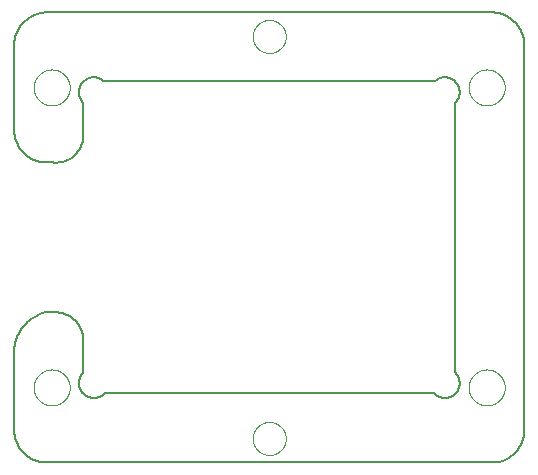
<source format=gko>
G75*
%MOIN*%
%OFA0B0*%
%FSLAX25Y25*%
%IPPOS*%
%LPD*%
%AMOC8*
5,1,8,0,0,1.08239X$1,22.5*
%
%ADD10C,0.00800*%
%ADD11C,0.00000*%
D10*
X0121588Y0060000D02*
X0121588Y0085000D01*
X0121589Y0085000D02*
X0121555Y0085342D01*
X0121530Y0085684D01*
X0121513Y0086027D01*
X0121505Y0086371D01*
X0121505Y0086714D01*
X0121514Y0087058D01*
X0121530Y0087401D01*
X0121556Y0087743D01*
X0121589Y0088085D01*
X0121631Y0088426D01*
X0121682Y0088766D01*
X0121740Y0089104D01*
X0121807Y0089441D01*
X0121882Y0089776D01*
X0121966Y0090110D01*
X0122057Y0090441D01*
X0122157Y0090769D01*
X0122264Y0091096D01*
X0122380Y0091419D01*
X0122503Y0091740D01*
X0122634Y0092057D01*
X0122773Y0092371D01*
X0122920Y0092682D01*
X0123074Y0092989D01*
X0123236Y0093292D01*
X0123405Y0093591D01*
X0123581Y0093886D01*
X0123765Y0094176D01*
X0123955Y0094462D01*
X0124153Y0094743D01*
X0124357Y0095019D01*
X0124568Y0095290D01*
X0124786Y0095556D01*
X0125010Y0095816D01*
X0125240Y0096071D01*
X0125477Y0096320D01*
X0125719Y0096563D01*
X0125968Y0096801D01*
X0126222Y0097032D01*
X0126481Y0097257D01*
X0126747Y0097475D01*
X0127017Y0097687D01*
X0127293Y0097892D01*
X0127573Y0098090D01*
X0127858Y0098281D01*
X0128148Y0098466D01*
X0128442Y0098643D01*
X0128741Y0098813D01*
X0129044Y0098975D01*
X0129350Y0099130D01*
X0129660Y0099278D01*
X0129974Y0099418D01*
X0130291Y0099550D01*
X0130611Y0099674D01*
X0130935Y0099791D01*
X0131260Y0099899D01*
X0131589Y0100000D01*
X0131588Y0100000D02*
X0134588Y0100000D01*
X0134812Y0100017D01*
X0135035Y0100028D01*
X0135259Y0100034D01*
X0135483Y0100035D01*
X0135706Y0100030D01*
X0135930Y0100019D01*
X0136153Y0100004D01*
X0136376Y0099983D01*
X0136598Y0099956D01*
X0136819Y0099924D01*
X0137040Y0099887D01*
X0137260Y0099844D01*
X0137478Y0099796D01*
X0137696Y0099743D01*
X0137912Y0099685D01*
X0138126Y0099621D01*
X0138339Y0099552D01*
X0138550Y0099478D01*
X0138760Y0099399D01*
X0138967Y0099315D01*
X0139172Y0099226D01*
X0139375Y0099132D01*
X0139576Y0099033D01*
X0139774Y0098929D01*
X0139970Y0098821D01*
X0140163Y0098707D01*
X0140353Y0098589D01*
X0140540Y0098467D01*
X0140724Y0098340D01*
X0140905Y0098208D01*
X0141083Y0098073D01*
X0141258Y0097933D01*
X0141429Y0097788D01*
X0141596Y0097640D01*
X0141760Y0097488D01*
X0141920Y0097331D01*
X0142077Y0097171D01*
X0142229Y0097007D01*
X0142377Y0096840D01*
X0142522Y0096669D01*
X0142662Y0096494D01*
X0142797Y0096316D01*
X0142929Y0096135D01*
X0143056Y0095951D01*
X0143178Y0095764D01*
X0143296Y0095574D01*
X0143410Y0095381D01*
X0143518Y0095185D01*
X0143622Y0094987D01*
X0143721Y0094786D01*
X0143815Y0094583D01*
X0143904Y0094378D01*
X0143988Y0094171D01*
X0144067Y0093961D01*
X0144141Y0093750D01*
X0144210Y0093537D01*
X0144274Y0093323D01*
X0144332Y0093107D01*
X0144385Y0092889D01*
X0144433Y0092671D01*
X0144476Y0092451D01*
X0144513Y0092230D01*
X0144545Y0092009D01*
X0144572Y0091787D01*
X0144593Y0091564D01*
X0144608Y0091341D01*
X0144619Y0091117D01*
X0144624Y0090894D01*
X0144623Y0090670D01*
X0144617Y0090446D01*
X0144606Y0090223D01*
X0144589Y0089999D01*
X0144588Y0090000D02*
X0144588Y0080000D01*
X0144491Y0079901D01*
X0144397Y0079798D01*
X0144306Y0079694D01*
X0144218Y0079586D01*
X0144133Y0079477D01*
X0144051Y0079364D01*
X0143972Y0079250D01*
X0143897Y0079134D01*
X0143825Y0079015D01*
X0143756Y0078894D01*
X0143690Y0078772D01*
X0143628Y0078648D01*
X0143570Y0078522D01*
X0143515Y0078394D01*
X0143463Y0078265D01*
X0143416Y0078135D01*
X0143372Y0078003D01*
X0143331Y0077870D01*
X0143295Y0077736D01*
X0143262Y0077601D01*
X0143233Y0077466D01*
X0143208Y0077329D01*
X0143187Y0077192D01*
X0143169Y0077054D01*
X0143156Y0076916D01*
X0143146Y0076778D01*
X0143140Y0076639D01*
X0143138Y0076500D01*
X0143140Y0076361D01*
X0143146Y0076222D01*
X0143156Y0076084D01*
X0143169Y0075946D01*
X0143187Y0075808D01*
X0143208Y0075671D01*
X0143233Y0075534D01*
X0143262Y0075399D01*
X0143295Y0075264D01*
X0143331Y0075130D01*
X0143372Y0074997D01*
X0143416Y0074865D01*
X0143463Y0074735D01*
X0143515Y0074606D01*
X0143570Y0074478D01*
X0143628Y0074352D01*
X0143690Y0074228D01*
X0143756Y0074106D01*
X0143825Y0073985D01*
X0143897Y0073866D01*
X0143972Y0073750D01*
X0144051Y0073636D01*
X0144133Y0073523D01*
X0144218Y0073414D01*
X0144306Y0073306D01*
X0144397Y0073202D01*
X0144491Y0073099D01*
X0144588Y0073000D01*
X0144687Y0072903D01*
X0144790Y0072809D01*
X0144894Y0072718D01*
X0145002Y0072630D01*
X0145111Y0072545D01*
X0145224Y0072463D01*
X0145338Y0072384D01*
X0145454Y0072309D01*
X0145573Y0072237D01*
X0145694Y0072168D01*
X0145816Y0072102D01*
X0145940Y0072040D01*
X0146066Y0071982D01*
X0146194Y0071927D01*
X0146323Y0071875D01*
X0146453Y0071828D01*
X0146585Y0071784D01*
X0146718Y0071743D01*
X0146852Y0071707D01*
X0146987Y0071674D01*
X0147122Y0071645D01*
X0147259Y0071620D01*
X0147396Y0071599D01*
X0147534Y0071581D01*
X0147672Y0071568D01*
X0147810Y0071558D01*
X0147949Y0071552D01*
X0148088Y0071550D01*
X0148227Y0071552D01*
X0148366Y0071558D01*
X0148504Y0071568D01*
X0148642Y0071581D01*
X0148780Y0071599D01*
X0148917Y0071620D01*
X0149054Y0071645D01*
X0149189Y0071674D01*
X0149324Y0071707D01*
X0149458Y0071743D01*
X0149591Y0071784D01*
X0149723Y0071828D01*
X0149853Y0071875D01*
X0149982Y0071927D01*
X0150110Y0071982D01*
X0150236Y0072040D01*
X0150360Y0072102D01*
X0150482Y0072168D01*
X0150603Y0072237D01*
X0150722Y0072309D01*
X0150838Y0072384D01*
X0150952Y0072463D01*
X0151065Y0072545D01*
X0151174Y0072630D01*
X0151282Y0072718D01*
X0151386Y0072809D01*
X0151489Y0072903D01*
X0151588Y0073000D01*
X0261588Y0073000D01*
X0261687Y0072903D01*
X0261790Y0072809D01*
X0261894Y0072718D01*
X0262002Y0072630D01*
X0262111Y0072545D01*
X0262224Y0072463D01*
X0262338Y0072384D01*
X0262454Y0072309D01*
X0262573Y0072237D01*
X0262694Y0072168D01*
X0262816Y0072102D01*
X0262940Y0072040D01*
X0263066Y0071982D01*
X0263194Y0071927D01*
X0263323Y0071875D01*
X0263453Y0071828D01*
X0263585Y0071784D01*
X0263718Y0071743D01*
X0263852Y0071707D01*
X0263987Y0071674D01*
X0264122Y0071645D01*
X0264259Y0071620D01*
X0264396Y0071599D01*
X0264534Y0071581D01*
X0264672Y0071568D01*
X0264810Y0071558D01*
X0264949Y0071552D01*
X0265088Y0071550D01*
X0265227Y0071552D01*
X0265366Y0071558D01*
X0265504Y0071568D01*
X0265642Y0071581D01*
X0265780Y0071599D01*
X0265917Y0071620D01*
X0266054Y0071645D01*
X0266189Y0071674D01*
X0266324Y0071707D01*
X0266458Y0071743D01*
X0266591Y0071784D01*
X0266723Y0071828D01*
X0266853Y0071875D01*
X0266982Y0071927D01*
X0267110Y0071982D01*
X0267236Y0072040D01*
X0267360Y0072102D01*
X0267482Y0072168D01*
X0267603Y0072237D01*
X0267722Y0072309D01*
X0267838Y0072384D01*
X0267952Y0072463D01*
X0268065Y0072545D01*
X0268174Y0072630D01*
X0268282Y0072718D01*
X0268386Y0072809D01*
X0268489Y0072903D01*
X0268588Y0073000D01*
X0268685Y0073099D01*
X0268779Y0073202D01*
X0268870Y0073306D01*
X0268958Y0073414D01*
X0269043Y0073523D01*
X0269125Y0073636D01*
X0269204Y0073750D01*
X0269279Y0073866D01*
X0269351Y0073985D01*
X0269420Y0074106D01*
X0269486Y0074228D01*
X0269548Y0074352D01*
X0269606Y0074478D01*
X0269661Y0074606D01*
X0269713Y0074735D01*
X0269760Y0074865D01*
X0269804Y0074997D01*
X0269845Y0075130D01*
X0269881Y0075264D01*
X0269914Y0075399D01*
X0269943Y0075534D01*
X0269968Y0075671D01*
X0269989Y0075808D01*
X0270007Y0075946D01*
X0270020Y0076084D01*
X0270030Y0076222D01*
X0270036Y0076361D01*
X0270038Y0076500D01*
X0270036Y0076639D01*
X0270030Y0076778D01*
X0270020Y0076916D01*
X0270007Y0077054D01*
X0269989Y0077192D01*
X0269968Y0077329D01*
X0269943Y0077466D01*
X0269914Y0077601D01*
X0269881Y0077736D01*
X0269845Y0077870D01*
X0269804Y0078003D01*
X0269760Y0078135D01*
X0269713Y0078265D01*
X0269661Y0078394D01*
X0269606Y0078522D01*
X0269548Y0078648D01*
X0269486Y0078772D01*
X0269420Y0078894D01*
X0269351Y0079015D01*
X0269279Y0079134D01*
X0269204Y0079250D01*
X0269125Y0079364D01*
X0269043Y0079477D01*
X0268958Y0079586D01*
X0268870Y0079694D01*
X0268779Y0079798D01*
X0268685Y0079901D01*
X0268588Y0080000D01*
X0268588Y0170000D01*
X0268686Y0170100D01*
X0268781Y0170203D01*
X0268872Y0170309D01*
X0268961Y0170418D01*
X0269047Y0170528D01*
X0269129Y0170642D01*
X0269209Y0170757D01*
X0269285Y0170875D01*
X0269357Y0170995D01*
X0269426Y0171117D01*
X0269492Y0171240D01*
X0269554Y0171366D01*
X0269613Y0171493D01*
X0269668Y0171622D01*
X0269719Y0171752D01*
X0269767Y0171884D01*
X0269811Y0172017D01*
X0269851Y0172151D01*
X0269887Y0172287D01*
X0269919Y0172423D01*
X0269948Y0172560D01*
X0269973Y0172698D01*
X0269993Y0172837D01*
X0270010Y0172976D01*
X0270023Y0173115D01*
X0270032Y0173255D01*
X0270037Y0173395D01*
X0270038Y0173535D01*
X0270035Y0173675D01*
X0270028Y0173815D01*
X0270017Y0173955D01*
X0270002Y0174094D01*
X0269983Y0174233D01*
X0269961Y0174371D01*
X0269934Y0174509D01*
X0269904Y0174645D01*
X0269869Y0174781D01*
X0269831Y0174916D01*
X0269789Y0175050D01*
X0269743Y0175182D01*
X0269694Y0175313D01*
X0269641Y0175443D01*
X0269584Y0175571D01*
X0269524Y0175697D01*
X0269460Y0175822D01*
X0269392Y0175945D01*
X0269321Y0176065D01*
X0269247Y0176184D01*
X0269169Y0176301D01*
X0269089Y0176415D01*
X0269004Y0176527D01*
X0268917Y0176637D01*
X0268827Y0176744D01*
X0268734Y0176848D01*
X0268637Y0176950D01*
X0268538Y0177049D01*
X0268436Y0177146D01*
X0268332Y0177239D01*
X0268225Y0177329D01*
X0268115Y0177416D01*
X0268003Y0177501D01*
X0267889Y0177581D01*
X0267772Y0177659D01*
X0267653Y0177733D01*
X0267533Y0177804D01*
X0267410Y0177872D01*
X0267285Y0177936D01*
X0267159Y0177996D01*
X0267031Y0178053D01*
X0266901Y0178106D01*
X0266770Y0178155D01*
X0266638Y0178201D01*
X0266504Y0178243D01*
X0266369Y0178281D01*
X0266233Y0178316D01*
X0266097Y0178346D01*
X0265959Y0178373D01*
X0265821Y0178395D01*
X0265682Y0178414D01*
X0265543Y0178429D01*
X0265403Y0178440D01*
X0265263Y0178447D01*
X0265123Y0178450D01*
X0264983Y0178449D01*
X0264843Y0178444D01*
X0264703Y0178435D01*
X0264564Y0178422D01*
X0264425Y0178405D01*
X0264286Y0178385D01*
X0264148Y0178360D01*
X0264011Y0178331D01*
X0263875Y0178299D01*
X0263739Y0178263D01*
X0263605Y0178223D01*
X0263472Y0178179D01*
X0263340Y0178131D01*
X0263210Y0178080D01*
X0263081Y0178025D01*
X0262954Y0177966D01*
X0262828Y0177904D01*
X0262705Y0177838D01*
X0262583Y0177769D01*
X0262463Y0177697D01*
X0262345Y0177621D01*
X0262230Y0177541D01*
X0262116Y0177459D01*
X0262006Y0177373D01*
X0261897Y0177284D01*
X0261791Y0177193D01*
X0261688Y0177098D01*
X0261588Y0177000D01*
X0151588Y0177000D01*
X0151489Y0177097D01*
X0151386Y0177191D01*
X0151282Y0177282D01*
X0151174Y0177370D01*
X0151065Y0177455D01*
X0150952Y0177537D01*
X0150838Y0177616D01*
X0150722Y0177691D01*
X0150603Y0177763D01*
X0150482Y0177832D01*
X0150360Y0177898D01*
X0150236Y0177960D01*
X0150110Y0178018D01*
X0149982Y0178073D01*
X0149853Y0178125D01*
X0149723Y0178172D01*
X0149591Y0178216D01*
X0149458Y0178257D01*
X0149324Y0178293D01*
X0149189Y0178326D01*
X0149054Y0178355D01*
X0148917Y0178380D01*
X0148780Y0178401D01*
X0148642Y0178419D01*
X0148504Y0178432D01*
X0148366Y0178442D01*
X0148227Y0178448D01*
X0148088Y0178450D01*
X0147949Y0178448D01*
X0147810Y0178442D01*
X0147672Y0178432D01*
X0147534Y0178419D01*
X0147396Y0178401D01*
X0147259Y0178380D01*
X0147122Y0178355D01*
X0146987Y0178326D01*
X0146852Y0178293D01*
X0146718Y0178257D01*
X0146585Y0178216D01*
X0146453Y0178172D01*
X0146323Y0178125D01*
X0146194Y0178073D01*
X0146066Y0178018D01*
X0145940Y0177960D01*
X0145816Y0177898D01*
X0145694Y0177832D01*
X0145573Y0177763D01*
X0145454Y0177691D01*
X0145338Y0177616D01*
X0145224Y0177537D01*
X0145111Y0177455D01*
X0145002Y0177370D01*
X0144894Y0177282D01*
X0144790Y0177191D01*
X0144687Y0177097D01*
X0144588Y0177000D01*
X0144491Y0176901D01*
X0144397Y0176798D01*
X0144306Y0176694D01*
X0144218Y0176586D01*
X0144133Y0176477D01*
X0144051Y0176364D01*
X0143972Y0176250D01*
X0143897Y0176134D01*
X0143825Y0176015D01*
X0143756Y0175894D01*
X0143690Y0175772D01*
X0143628Y0175648D01*
X0143570Y0175522D01*
X0143515Y0175394D01*
X0143463Y0175265D01*
X0143416Y0175135D01*
X0143372Y0175003D01*
X0143331Y0174870D01*
X0143295Y0174736D01*
X0143262Y0174601D01*
X0143233Y0174466D01*
X0143208Y0174329D01*
X0143187Y0174192D01*
X0143169Y0174054D01*
X0143156Y0173916D01*
X0143146Y0173778D01*
X0143140Y0173639D01*
X0143138Y0173500D01*
X0143140Y0173361D01*
X0143146Y0173222D01*
X0143156Y0173084D01*
X0143169Y0172946D01*
X0143187Y0172808D01*
X0143208Y0172671D01*
X0143233Y0172534D01*
X0143262Y0172399D01*
X0143295Y0172264D01*
X0143331Y0172130D01*
X0143372Y0171997D01*
X0143416Y0171865D01*
X0143463Y0171735D01*
X0143515Y0171606D01*
X0143570Y0171478D01*
X0143628Y0171352D01*
X0143690Y0171228D01*
X0143756Y0171106D01*
X0143825Y0170985D01*
X0143897Y0170866D01*
X0143972Y0170750D01*
X0144051Y0170636D01*
X0144133Y0170523D01*
X0144218Y0170414D01*
X0144306Y0170306D01*
X0144397Y0170202D01*
X0144491Y0170099D01*
X0144588Y0170000D01*
X0144588Y0160000D01*
X0144589Y0160000D02*
X0144606Y0159776D01*
X0144617Y0159553D01*
X0144623Y0159329D01*
X0144624Y0159105D01*
X0144619Y0158882D01*
X0144608Y0158658D01*
X0144593Y0158435D01*
X0144572Y0158212D01*
X0144545Y0157990D01*
X0144513Y0157769D01*
X0144476Y0157548D01*
X0144433Y0157328D01*
X0144385Y0157110D01*
X0144332Y0156892D01*
X0144274Y0156676D01*
X0144210Y0156462D01*
X0144141Y0156249D01*
X0144067Y0156038D01*
X0143988Y0155828D01*
X0143904Y0155621D01*
X0143815Y0155416D01*
X0143721Y0155213D01*
X0143622Y0155012D01*
X0143518Y0154814D01*
X0143410Y0154618D01*
X0143296Y0154425D01*
X0143178Y0154235D01*
X0143056Y0154048D01*
X0142929Y0153864D01*
X0142797Y0153683D01*
X0142662Y0153505D01*
X0142522Y0153330D01*
X0142377Y0153159D01*
X0142229Y0152992D01*
X0142077Y0152828D01*
X0141920Y0152668D01*
X0141760Y0152511D01*
X0141596Y0152359D01*
X0141429Y0152211D01*
X0141258Y0152066D01*
X0141083Y0151926D01*
X0140905Y0151791D01*
X0140724Y0151659D01*
X0140540Y0151532D01*
X0140353Y0151410D01*
X0140163Y0151292D01*
X0139970Y0151178D01*
X0139774Y0151070D01*
X0139576Y0150966D01*
X0139375Y0150867D01*
X0139172Y0150773D01*
X0138967Y0150684D01*
X0138760Y0150600D01*
X0138550Y0150521D01*
X0138339Y0150447D01*
X0138126Y0150378D01*
X0137912Y0150314D01*
X0137696Y0150256D01*
X0137478Y0150203D01*
X0137260Y0150155D01*
X0137040Y0150112D01*
X0136819Y0150075D01*
X0136598Y0150043D01*
X0136376Y0150016D01*
X0136153Y0149995D01*
X0135930Y0149980D01*
X0135706Y0149969D01*
X0135483Y0149964D01*
X0135259Y0149965D01*
X0135035Y0149971D01*
X0134812Y0149982D01*
X0134588Y0149999D01*
X0134588Y0150000D02*
X0131588Y0150000D01*
X0121588Y0160000D02*
X0121588Y0190000D01*
X0121615Y0190268D01*
X0121648Y0190535D01*
X0121688Y0190802D01*
X0121734Y0191067D01*
X0121787Y0191332D01*
X0121846Y0191594D01*
X0121912Y0191856D01*
X0121984Y0192115D01*
X0122063Y0192373D01*
X0122148Y0192629D01*
X0122239Y0192883D01*
X0122336Y0193134D01*
X0122439Y0193383D01*
X0122548Y0193629D01*
X0122664Y0193873D01*
X0122785Y0194113D01*
X0122912Y0194351D01*
X0123045Y0194585D01*
X0123184Y0194816D01*
X0123328Y0195044D01*
X0123478Y0195268D01*
X0123633Y0195488D01*
X0123794Y0195705D01*
X0123960Y0195917D01*
X0124131Y0196125D01*
X0124307Y0196329D01*
X0124488Y0196529D01*
X0124673Y0196724D01*
X0124864Y0196915D01*
X0125059Y0197100D01*
X0125259Y0197281D01*
X0125463Y0197457D01*
X0125671Y0197628D01*
X0125883Y0197794D01*
X0126100Y0197955D01*
X0126320Y0198110D01*
X0126544Y0198260D01*
X0126772Y0198404D01*
X0127003Y0198543D01*
X0127237Y0198676D01*
X0127475Y0198803D01*
X0127715Y0198924D01*
X0127959Y0199040D01*
X0128205Y0199149D01*
X0128454Y0199252D01*
X0128705Y0199349D01*
X0128959Y0199440D01*
X0129215Y0199525D01*
X0129473Y0199604D01*
X0129732Y0199676D01*
X0129994Y0199742D01*
X0130256Y0199801D01*
X0130521Y0199854D01*
X0130786Y0199900D01*
X0131053Y0199940D01*
X0131320Y0199973D01*
X0131588Y0200000D01*
X0281588Y0200000D01*
X0281589Y0200000D02*
X0281857Y0199973D01*
X0282124Y0199940D01*
X0282391Y0199900D01*
X0282656Y0199854D01*
X0282921Y0199801D01*
X0283183Y0199742D01*
X0283445Y0199676D01*
X0283704Y0199604D01*
X0283962Y0199525D01*
X0284218Y0199440D01*
X0284472Y0199349D01*
X0284723Y0199252D01*
X0284972Y0199149D01*
X0285218Y0199040D01*
X0285462Y0198924D01*
X0285702Y0198803D01*
X0285940Y0198676D01*
X0286174Y0198543D01*
X0286405Y0198404D01*
X0286633Y0198260D01*
X0286857Y0198110D01*
X0287077Y0197955D01*
X0287294Y0197794D01*
X0287506Y0197628D01*
X0287714Y0197457D01*
X0287918Y0197281D01*
X0288118Y0197100D01*
X0288313Y0196915D01*
X0288504Y0196724D01*
X0288689Y0196529D01*
X0288870Y0196329D01*
X0289046Y0196125D01*
X0289217Y0195917D01*
X0289383Y0195705D01*
X0289544Y0195488D01*
X0289699Y0195268D01*
X0289849Y0195044D01*
X0289993Y0194816D01*
X0290132Y0194585D01*
X0290265Y0194351D01*
X0290392Y0194113D01*
X0290513Y0193873D01*
X0290629Y0193629D01*
X0290738Y0193383D01*
X0290841Y0193134D01*
X0290938Y0192883D01*
X0291029Y0192629D01*
X0291114Y0192373D01*
X0291193Y0192115D01*
X0291265Y0191856D01*
X0291331Y0191594D01*
X0291390Y0191332D01*
X0291443Y0191067D01*
X0291489Y0190802D01*
X0291529Y0190535D01*
X0291562Y0190268D01*
X0291589Y0190000D01*
X0291588Y0190000D02*
X0291588Y0060000D01*
X0291589Y0060000D02*
X0291562Y0059732D01*
X0291529Y0059465D01*
X0291489Y0059198D01*
X0291443Y0058933D01*
X0291390Y0058668D01*
X0291331Y0058406D01*
X0291265Y0058144D01*
X0291193Y0057885D01*
X0291114Y0057627D01*
X0291029Y0057371D01*
X0290938Y0057117D01*
X0290841Y0056866D01*
X0290738Y0056617D01*
X0290629Y0056371D01*
X0290513Y0056127D01*
X0290392Y0055887D01*
X0290265Y0055649D01*
X0290132Y0055415D01*
X0289993Y0055184D01*
X0289849Y0054956D01*
X0289699Y0054732D01*
X0289544Y0054512D01*
X0289383Y0054295D01*
X0289217Y0054083D01*
X0289046Y0053875D01*
X0288870Y0053671D01*
X0288689Y0053471D01*
X0288504Y0053276D01*
X0288313Y0053085D01*
X0288118Y0052900D01*
X0287918Y0052719D01*
X0287714Y0052543D01*
X0287506Y0052372D01*
X0287294Y0052206D01*
X0287077Y0052045D01*
X0286857Y0051890D01*
X0286633Y0051740D01*
X0286405Y0051596D01*
X0286174Y0051457D01*
X0285940Y0051324D01*
X0285702Y0051197D01*
X0285462Y0051076D01*
X0285218Y0050960D01*
X0284972Y0050851D01*
X0284723Y0050748D01*
X0284472Y0050651D01*
X0284218Y0050560D01*
X0283962Y0050475D01*
X0283704Y0050396D01*
X0283445Y0050324D01*
X0283183Y0050258D01*
X0282921Y0050199D01*
X0282656Y0050146D01*
X0282391Y0050100D01*
X0282124Y0050060D01*
X0281857Y0050027D01*
X0281589Y0050000D01*
X0281588Y0050000D02*
X0131588Y0050000D01*
X0131320Y0050027D01*
X0131053Y0050060D01*
X0130786Y0050100D01*
X0130521Y0050146D01*
X0130256Y0050199D01*
X0129994Y0050258D01*
X0129732Y0050324D01*
X0129473Y0050396D01*
X0129215Y0050475D01*
X0128959Y0050560D01*
X0128705Y0050651D01*
X0128454Y0050748D01*
X0128205Y0050851D01*
X0127959Y0050960D01*
X0127715Y0051076D01*
X0127475Y0051197D01*
X0127237Y0051324D01*
X0127003Y0051457D01*
X0126772Y0051596D01*
X0126544Y0051740D01*
X0126320Y0051890D01*
X0126100Y0052045D01*
X0125883Y0052206D01*
X0125671Y0052372D01*
X0125463Y0052543D01*
X0125259Y0052719D01*
X0125059Y0052900D01*
X0124864Y0053085D01*
X0124673Y0053276D01*
X0124488Y0053471D01*
X0124307Y0053671D01*
X0124131Y0053875D01*
X0123960Y0054083D01*
X0123794Y0054295D01*
X0123633Y0054512D01*
X0123478Y0054732D01*
X0123328Y0054956D01*
X0123184Y0055184D01*
X0123045Y0055415D01*
X0122912Y0055649D01*
X0122785Y0055887D01*
X0122664Y0056127D01*
X0122548Y0056371D01*
X0122439Y0056617D01*
X0122336Y0056866D01*
X0122239Y0057117D01*
X0122148Y0057371D01*
X0122063Y0057627D01*
X0121984Y0057885D01*
X0121912Y0058144D01*
X0121846Y0058406D01*
X0121787Y0058668D01*
X0121734Y0058933D01*
X0121688Y0059198D01*
X0121648Y0059465D01*
X0121615Y0059732D01*
X0121588Y0060000D01*
X0131588Y0150000D02*
X0131320Y0150027D01*
X0131053Y0150060D01*
X0130786Y0150100D01*
X0130521Y0150146D01*
X0130256Y0150199D01*
X0129994Y0150258D01*
X0129732Y0150324D01*
X0129473Y0150396D01*
X0129215Y0150475D01*
X0128959Y0150560D01*
X0128705Y0150651D01*
X0128454Y0150748D01*
X0128205Y0150851D01*
X0127959Y0150960D01*
X0127715Y0151076D01*
X0127475Y0151197D01*
X0127237Y0151324D01*
X0127003Y0151457D01*
X0126772Y0151596D01*
X0126544Y0151740D01*
X0126320Y0151890D01*
X0126100Y0152045D01*
X0125883Y0152206D01*
X0125671Y0152372D01*
X0125463Y0152543D01*
X0125259Y0152719D01*
X0125059Y0152900D01*
X0124864Y0153085D01*
X0124673Y0153276D01*
X0124488Y0153471D01*
X0124307Y0153671D01*
X0124131Y0153875D01*
X0123960Y0154083D01*
X0123794Y0154295D01*
X0123633Y0154512D01*
X0123478Y0154732D01*
X0123328Y0154956D01*
X0123184Y0155184D01*
X0123045Y0155415D01*
X0122912Y0155649D01*
X0122785Y0155887D01*
X0122664Y0156127D01*
X0122548Y0156371D01*
X0122439Y0156617D01*
X0122336Y0156866D01*
X0122239Y0157117D01*
X0122148Y0157371D01*
X0122063Y0157627D01*
X0121984Y0157885D01*
X0121912Y0158144D01*
X0121846Y0158406D01*
X0121787Y0158668D01*
X0121734Y0158933D01*
X0121688Y0159198D01*
X0121648Y0159465D01*
X0121615Y0159732D01*
X0121588Y0160000D01*
D11*
X0128088Y0175000D02*
X0128090Y0175154D01*
X0128096Y0175309D01*
X0128106Y0175463D01*
X0128120Y0175617D01*
X0128138Y0175770D01*
X0128159Y0175923D01*
X0128185Y0176076D01*
X0128215Y0176227D01*
X0128248Y0176378D01*
X0128286Y0176528D01*
X0128327Y0176677D01*
X0128372Y0176825D01*
X0128421Y0176971D01*
X0128474Y0177117D01*
X0128530Y0177260D01*
X0128590Y0177403D01*
X0128654Y0177543D01*
X0128721Y0177683D01*
X0128792Y0177820D01*
X0128866Y0177955D01*
X0128944Y0178089D01*
X0129025Y0178220D01*
X0129110Y0178349D01*
X0129198Y0178477D01*
X0129289Y0178601D01*
X0129383Y0178724D01*
X0129481Y0178844D01*
X0129581Y0178961D01*
X0129685Y0179076D01*
X0129791Y0179188D01*
X0129900Y0179297D01*
X0130012Y0179403D01*
X0130127Y0179507D01*
X0130244Y0179607D01*
X0130364Y0179705D01*
X0130487Y0179799D01*
X0130611Y0179890D01*
X0130739Y0179978D01*
X0130868Y0180063D01*
X0130999Y0180144D01*
X0131133Y0180222D01*
X0131268Y0180296D01*
X0131405Y0180367D01*
X0131545Y0180434D01*
X0131685Y0180498D01*
X0131828Y0180558D01*
X0131971Y0180614D01*
X0132117Y0180667D01*
X0132263Y0180716D01*
X0132411Y0180761D01*
X0132560Y0180802D01*
X0132710Y0180840D01*
X0132861Y0180873D01*
X0133012Y0180903D01*
X0133165Y0180929D01*
X0133318Y0180950D01*
X0133471Y0180968D01*
X0133625Y0180982D01*
X0133779Y0180992D01*
X0133934Y0180998D01*
X0134088Y0181000D01*
X0134242Y0180998D01*
X0134397Y0180992D01*
X0134551Y0180982D01*
X0134705Y0180968D01*
X0134858Y0180950D01*
X0135011Y0180929D01*
X0135164Y0180903D01*
X0135315Y0180873D01*
X0135466Y0180840D01*
X0135616Y0180802D01*
X0135765Y0180761D01*
X0135913Y0180716D01*
X0136059Y0180667D01*
X0136205Y0180614D01*
X0136348Y0180558D01*
X0136491Y0180498D01*
X0136631Y0180434D01*
X0136771Y0180367D01*
X0136908Y0180296D01*
X0137043Y0180222D01*
X0137177Y0180144D01*
X0137308Y0180063D01*
X0137437Y0179978D01*
X0137565Y0179890D01*
X0137689Y0179799D01*
X0137812Y0179705D01*
X0137932Y0179607D01*
X0138049Y0179507D01*
X0138164Y0179403D01*
X0138276Y0179297D01*
X0138385Y0179188D01*
X0138491Y0179076D01*
X0138595Y0178961D01*
X0138695Y0178844D01*
X0138793Y0178724D01*
X0138887Y0178601D01*
X0138978Y0178477D01*
X0139066Y0178349D01*
X0139151Y0178220D01*
X0139232Y0178089D01*
X0139310Y0177955D01*
X0139384Y0177820D01*
X0139455Y0177683D01*
X0139522Y0177543D01*
X0139586Y0177403D01*
X0139646Y0177260D01*
X0139702Y0177117D01*
X0139755Y0176971D01*
X0139804Y0176825D01*
X0139849Y0176677D01*
X0139890Y0176528D01*
X0139928Y0176378D01*
X0139961Y0176227D01*
X0139991Y0176076D01*
X0140017Y0175923D01*
X0140038Y0175770D01*
X0140056Y0175617D01*
X0140070Y0175463D01*
X0140080Y0175309D01*
X0140086Y0175154D01*
X0140088Y0175000D01*
X0140086Y0174846D01*
X0140080Y0174691D01*
X0140070Y0174537D01*
X0140056Y0174383D01*
X0140038Y0174230D01*
X0140017Y0174077D01*
X0139991Y0173924D01*
X0139961Y0173773D01*
X0139928Y0173622D01*
X0139890Y0173472D01*
X0139849Y0173323D01*
X0139804Y0173175D01*
X0139755Y0173029D01*
X0139702Y0172883D01*
X0139646Y0172740D01*
X0139586Y0172597D01*
X0139522Y0172457D01*
X0139455Y0172317D01*
X0139384Y0172180D01*
X0139310Y0172045D01*
X0139232Y0171911D01*
X0139151Y0171780D01*
X0139066Y0171651D01*
X0138978Y0171523D01*
X0138887Y0171399D01*
X0138793Y0171276D01*
X0138695Y0171156D01*
X0138595Y0171039D01*
X0138491Y0170924D01*
X0138385Y0170812D01*
X0138276Y0170703D01*
X0138164Y0170597D01*
X0138049Y0170493D01*
X0137932Y0170393D01*
X0137812Y0170295D01*
X0137689Y0170201D01*
X0137565Y0170110D01*
X0137437Y0170022D01*
X0137308Y0169937D01*
X0137177Y0169856D01*
X0137043Y0169778D01*
X0136908Y0169704D01*
X0136771Y0169633D01*
X0136631Y0169566D01*
X0136491Y0169502D01*
X0136348Y0169442D01*
X0136205Y0169386D01*
X0136059Y0169333D01*
X0135913Y0169284D01*
X0135765Y0169239D01*
X0135616Y0169198D01*
X0135466Y0169160D01*
X0135315Y0169127D01*
X0135164Y0169097D01*
X0135011Y0169071D01*
X0134858Y0169050D01*
X0134705Y0169032D01*
X0134551Y0169018D01*
X0134397Y0169008D01*
X0134242Y0169002D01*
X0134088Y0169000D01*
X0133934Y0169002D01*
X0133779Y0169008D01*
X0133625Y0169018D01*
X0133471Y0169032D01*
X0133318Y0169050D01*
X0133165Y0169071D01*
X0133012Y0169097D01*
X0132861Y0169127D01*
X0132710Y0169160D01*
X0132560Y0169198D01*
X0132411Y0169239D01*
X0132263Y0169284D01*
X0132117Y0169333D01*
X0131971Y0169386D01*
X0131828Y0169442D01*
X0131685Y0169502D01*
X0131545Y0169566D01*
X0131405Y0169633D01*
X0131268Y0169704D01*
X0131133Y0169778D01*
X0130999Y0169856D01*
X0130868Y0169937D01*
X0130739Y0170022D01*
X0130611Y0170110D01*
X0130487Y0170201D01*
X0130364Y0170295D01*
X0130244Y0170393D01*
X0130127Y0170493D01*
X0130012Y0170597D01*
X0129900Y0170703D01*
X0129791Y0170812D01*
X0129685Y0170924D01*
X0129581Y0171039D01*
X0129481Y0171156D01*
X0129383Y0171276D01*
X0129289Y0171399D01*
X0129198Y0171523D01*
X0129110Y0171651D01*
X0129025Y0171780D01*
X0128944Y0171911D01*
X0128866Y0172045D01*
X0128792Y0172180D01*
X0128721Y0172317D01*
X0128654Y0172457D01*
X0128590Y0172597D01*
X0128530Y0172740D01*
X0128474Y0172883D01*
X0128421Y0173029D01*
X0128372Y0173175D01*
X0128327Y0173323D01*
X0128286Y0173472D01*
X0128248Y0173622D01*
X0128215Y0173773D01*
X0128185Y0173924D01*
X0128159Y0174077D01*
X0128138Y0174230D01*
X0128120Y0174383D01*
X0128106Y0174537D01*
X0128096Y0174691D01*
X0128090Y0174846D01*
X0128088Y0175000D01*
X0201088Y0192000D02*
X0201090Y0192148D01*
X0201096Y0192296D01*
X0201106Y0192444D01*
X0201120Y0192592D01*
X0201138Y0192739D01*
X0201160Y0192886D01*
X0201186Y0193032D01*
X0201215Y0193177D01*
X0201249Y0193322D01*
X0201287Y0193465D01*
X0201328Y0193608D01*
X0201373Y0193749D01*
X0201423Y0193889D01*
X0201475Y0194027D01*
X0201532Y0194165D01*
X0201592Y0194300D01*
X0201656Y0194434D01*
X0201723Y0194566D01*
X0201794Y0194696D01*
X0201869Y0194825D01*
X0201947Y0194951D01*
X0202028Y0195075D01*
X0202112Y0195197D01*
X0202200Y0195316D01*
X0202291Y0195433D01*
X0202385Y0195548D01*
X0202483Y0195660D01*
X0202583Y0195769D01*
X0202686Y0195876D01*
X0202792Y0195980D01*
X0202900Y0196081D01*
X0203012Y0196179D01*
X0203126Y0196274D01*
X0203242Y0196365D01*
X0203361Y0196454D01*
X0203482Y0196539D01*
X0203606Y0196621D01*
X0203732Y0196700D01*
X0203859Y0196775D01*
X0203989Y0196847D01*
X0204121Y0196916D01*
X0204254Y0196980D01*
X0204389Y0197041D01*
X0204526Y0197099D01*
X0204664Y0197153D01*
X0204804Y0197203D01*
X0204945Y0197249D01*
X0205087Y0197291D01*
X0205230Y0197330D01*
X0205374Y0197364D01*
X0205520Y0197395D01*
X0205665Y0197422D01*
X0205812Y0197445D01*
X0205959Y0197464D01*
X0206107Y0197479D01*
X0206254Y0197490D01*
X0206403Y0197497D01*
X0206551Y0197500D01*
X0206699Y0197499D01*
X0206847Y0197494D01*
X0206995Y0197485D01*
X0207143Y0197472D01*
X0207291Y0197455D01*
X0207437Y0197434D01*
X0207584Y0197409D01*
X0207729Y0197380D01*
X0207874Y0197348D01*
X0208017Y0197311D01*
X0208160Y0197271D01*
X0208302Y0197226D01*
X0208442Y0197178D01*
X0208581Y0197126D01*
X0208718Y0197071D01*
X0208854Y0197011D01*
X0208989Y0196948D01*
X0209121Y0196882D01*
X0209252Y0196812D01*
X0209381Y0196738D01*
X0209507Y0196661D01*
X0209632Y0196581D01*
X0209754Y0196497D01*
X0209875Y0196410D01*
X0209992Y0196320D01*
X0210108Y0196226D01*
X0210220Y0196130D01*
X0210330Y0196031D01*
X0210438Y0195928D01*
X0210542Y0195823D01*
X0210644Y0195715D01*
X0210742Y0195604D01*
X0210838Y0195491D01*
X0210931Y0195375D01*
X0211020Y0195257D01*
X0211106Y0195136D01*
X0211189Y0195013D01*
X0211269Y0194888D01*
X0211345Y0194761D01*
X0211418Y0194631D01*
X0211487Y0194500D01*
X0211552Y0194367D01*
X0211615Y0194233D01*
X0211673Y0194096D01*
X0211728Y0193958D01*
X0211778Y0193819D01*
X0211826Y0193678D01*
X0211869Y0193537D01*
X0211909Y0193394D01*
X0211944Y0193250D01*
X0211976Y0193105D01*
X0212004Y0192959D01*
X0212028Y0192813D01*
X0212048Y0192666D01*
X0212064Y0192518D01*
X0212076Y0192371D01*
X0212084Y0192222D01*
X0212088Y0192074D01*
X0212088Y0191926D01*
X0212084Y0191778D01*
X0212076Y0191629D01*
X0212064Y0191482D01*
X0212048Y0191334D01*
X0212028Y0191187D01*
X0212004Y0191041D01*
X0211976Y0190895D01*
X0211944Y0190750D01*
X0211909Y0190606D01*
X0211869Y0190463D01*
X0211826Y0190322D01*
X0211778Y0190181D01*
X0211728Y0190042D01*
X0211673Y0189904D01*
X0211615Y0189767D01*
X0211552Y0189633D01*
X0211487Y0189500D01*
X0211418Y0189369D01*
X0211345Y0189239D01*
X0211269Y0189112D01*
X0211189Y0188987D01*
X0211106Y0188864D01*
X0211020Y0188743D01*
X0210931Y0188625D01*
X0210838Y0188509D01*
X0210742Y0188396D01*
X0210644Y0188285D01*
X0210542Y0188177D01*
X0210438Y0188072D01*
X0210330Y0187969D01*
X0210220Y0187870D01*
X0210108Y0187774D01*
X0209992Y0187680D01*
X0209875Y0187590D01*
X0209754Y0187503D01*
X0209632Y0187419D01*
X0209507Y0187339D01*
X0209381Y0187262D01*
X0209252Y0187188D01*
X0209121Y0187118D01*
X0208989Y0187052D01*
X0208854Y0186989D01*
X0208718Y0186929D01*
X0208581Y0186874D01*
X0208442Y0186822D01*
X0208302Y0186774D01*
X0208160Y0186729D01*
X0208017Y0186689D01*
X0207874Y0186652D01*
X0207729Y0186620D01*
X0207584Y0186591D01*
X0207437Y0186566D01*
X0207291Y0186545D01*
X0207143Y0186528D01*
X0206995Y0186515D01*
X0206847Y0186506D01*
X0206699Y0186501D01*
X0206551Y0186500D01*
X0206403Y0186503D01*
X0206254Y0186510D01*
X0206107Y0186521D01*
X0205959Y0186536D01*
X0205812Y0186555D01*
X0205665Y0186578D01*
X0205520Y0186605D01*
X0205374Y0186636D01*
X0205230Y0186670D01*
X0205087Y0186709D01*
X0204945Y0186751D01*
X0204804Y0186797D01*
X0204664Y0186847D01*
X0204526Y0186901D01*
X0204389Y0186959D01*
X0204254Y0187020D01*
X0204121Y0187084D01*
X0203989Y0187153D01*
X0203859Y0187225D01*
X0203732Y0187300D01*
X0203606Y0187379D01*
X0203482Y0187461D01*
X0203361Y0187546D01*
X0203242Y0187635D01*
X0203126Y0187726D01*
X0203012Y0187821D01*
X0202900Y0187919D01*
X0202792Y0188020D01*
X0202686Y0188124D01*
X0202583Y0188231D01*
X0202483Y0188340D01*
X0202385Y0188452D01*
X0202291Y0188567D01*
X0202200Y0188684D01*
X0202112Y0188803D01*
X0202028Y0188925D01*
X0201947Y0189049D01*
X0201869Y0189175D01*
X0201794Y0189304D01*
X0201723Y0189434D01*
X0201656Y0189566D01*
X0201592Y0189700D01*
X0201532Y0189835D01*
X0201475Y0189973D01*
X0201423Y0190111D01*
X0201373Y0190251D01*
X0201328Y0190392D01*
X0201287Y0190535D01*
X0201249Y0190678D01*
X0201215Y0190823D01*
X0201186Y0190968D01*
X0201160Y0191114D01*
X0201138Y0191261D01*
X0201120Y0191408D01*
X0201106Y0191556D01*
X0201096Y0191704D01*
X0201090Y0191852D01*
X0201088Y0192000D01*
X0273088Y0175000D02*
X0273090Y0175154D01*
X0273096Y0175309D01*
X0273106Y0175463D01*
X0273120Y0175617D01*
X0273138Y0175770D01*
X0273159Y0175923D01*
X0273185Y0176076D01*
X0273215Y0176227D01*
X0273248Y0176378D01*
X0273286Y0176528D01*
X0273327Y0176677D01*
X0273372Y0176825D01*
X0273421Y0176971D01*
X0273474Y0177117D01*
X0273530Y0177260D01*
X0273590Y0177403D01*
X0273654Y0177543D01*
X0273721Y0177683D01*
X0273792Y0177820D01*
X0273866Y0177955D01*
X0273944Y0178089D01*
X0274025Y0178220D01*
X0274110Y0178349D01*
X0274198Y0178477D01*
X0274289Y0178601D01*
X0274383Y0178724D01*
X0274481Y0178844D01*
X0274581Y0178961D01*
X0274685Y0179076D01*
X0274791Y0179188D01*
X0274900Y0179297D01*
X0275012Y0179403D01*
X0275127Y0179507D01*
X0275244Y0179607D01*
X0275364Y0179705D01*
X0275487Y0179799D01*
X0275611Y0179890D01*
X0275739Y0179978D01*
X0275868Y0180063D01*
X0275999Y0180144D01*
X0276133Y0180222D01*
X0276268Y0180296D01*
X0276405Y0180367D01*
X0276545Y0180434D01*
X0276685Y0180498D01*
X0276828Y0180558D01*
X0276971Y0180614D01*
X0277117Y0180667D01*
X0277263Y0180716D01*
X0277411Y0180761D01*
X0277560Y0180802D01*
X0277710Y0180840D01*
X0277861Y0180873D01*
X0278012Y0180903D01*
X0278165Y0180929D01*
X0278318Y0180950D01*
X0278471Y0180968D01*
X0278625Y0180982D01*
X0278779Y0180992D01*
X0278934Y0180998D01*
X0279088Y0181000D01*
X0279242Y0180998D01*
X0279397Y0180992D01*
X0279551Y0180982D01*
X0279705Y0180968D01*
X0279858Y0180950D01*
X0280011Y0180929D01*
X0280164Y0180903D01*
X0280315Y0180873D01*
X0280466Y0180840D01*
X0280616Y0180802D01*
X0280765Y0180761D01*
X0280913Y0180716D01*
X0281059Y0180667D01*
X0281205Y0180614D01*
X0281348Y0180558D01*
X0281491Y0180498D01*
X0281631Y0180434D01*
X0281771Y0180367D01*
X0281908Y0180296D01*
X0282043Y0180222D01*
X0282177Y0180144D01*
X0282308Y0180063D01*
X0282437Y0179978D01*
X0282565Y0179890D01*
X0282689Y0179799D01*
X0282812Y0179705D01*
X0282932Y0179607D01*
X0283049Y0179507D01*
X0283164Y0179403D01*
X0283276Y0179297D01*
X0283385Y0179188D01*
X0283491Y0179076D01*
X0283595Y0178961D01*
X0283695Y0178844D01*
X0283793Y0178724D01*
X0283887Y0178601D01*
X0283978Y0178477D01*
X0284066Y0178349D01*
X0284151Y0178220D01*
X0284232Y0178089D01*
X0284310Y0177955D01*
X0284384Y0177820D01*
X0284455Y0177683D01*
X0284522Y0177543D01*
X0284586Y0177403D01*
X0284646Y0177260D01*
X0284702Y0177117D01*
X0284755Y0176971D01*
X0284804Y0176825D01*
X0284849Y0176677D01*
X0284890Y0176528D01*
X0284928Y0176378D01*
X0284961Y0176227D01*
X0284991Y0176076D01*
X0285017Y0175923D01*
X0285038Y0175770D01*
X0285056Y0175617D01*
X0285070Y0175463D01*
X0285080Y0175309D01*
X0285086Y0175154D01*
X0285088Y0175000D01*
X0285086Y0174846D01*
X0285080Y0174691D01*
X0285070Y0174537D01*
X0285056Y0174383D01*
X0285038Y0174230D01*
X0285017Y0174077D01*
X0284991Y0173924D01*
X0284961Y0173773D01*
X0284928Y0173622D01*
X0284890Y0173472D01*
X0284849Y0173323D01*
X0284804Y0173175D01*
X0284755Y0173029D01*
X0284702Y0172883D01*
X0284646Y0172740D01*
X0284586Y0172597D01*
X0284522Y0172457D01*
X0284455Y0172317D01*
X0284384Y0172180D01*
X0284310Y0172045D01*
X0284232Y0171911D01*
X0284151Y0171780D01*
X0284066Y0171651D01*
X0283978Y0171523D01*
X0283887Y0171399D01*
X0283793Y0171276D01*
X0283695Y0171156D01*
X0283595Y0171039D01*
X0283491Y0170924D01*
X0283385Y0170812D01*
X0283276Y0170703D01*
X0283164Y0170597D01*
X0283049Y0170493D01*
X0282932Y0170393D01*
X0282812Y0170295D01*
X0282689Y0170201D01*
X0282565Y0170110D01*
X0282437Y0170022D01*
X0282308Y0169937D01*
X0282177Y0169856D01*
X0282043Y0169778D01*
X0281908Y0169704D01*
X0281771Y0169633D01*
X0281631Y0169566D01*
X0281491Y0169502D01*
X0281348Y0169442D01*
X0281205Y0169386D01*
X0281059Y0169333D01*
X0280913Y0169284D01*
X0280765Y0169239D01*
X0280616Y0169198D01*
X0280466Y0169160D01*
X0280315Y0169127D01*
X0280164Y0169097D01*
X0280011Y0169071D01*
X0279858Y0169050D01*
X0279705Y0169032D01*
X0279551Y0169018D01*
X0279397Y0169008D01*
X0279242Y0169002D01*
X0279088Y0169000D01*
X0278934Y0169002D01*
X0278779Y0169008D01*
X0278625Y0169018D01*
X0278471Y0169032D01*
X0278318Y0169050D01*
X0278165Y0169071D01*
X0278012Y0169097D01*
X0277861Y0169127D01*
X0277710Y0169160D01*
X0277560Y0169198D01*
X0277411Y0169239D01*
X0277263Y0169284D01*
X0277117Y0169333D01*
X0276971Y0169386D01*
X0276828Y0169442D01*
X0276685Y0169502D01*
X0276545Y0169566D01*
X0276405Y0169633D01*
X0276268Y0169704D01*
X0276133Y0169778D01*
X0275999Y0169856D01*
X0275868Y0169937D01*
X0275739Y0170022D01*
X0275611Y0170110D01*
X0275487Y0170201D01*
X0275364Y0170295D01*
X0275244Y0170393D01*
X0275127Y0170493D01*
X0275012Y0170597D01*
X0274900Y0170703D01*
X0274791Y0170812D01*
X0274685Y0170924D01*
X0274581Y0171039D01*
X0274481Y0171156D01*
X0274383Y0171276D01*
X0274289Y0171399D01*
X0274198Y0171523D01*
X0274110Y0171651D01*
X0274025Y0171780D01*
X0273944Y0171911D01*
X0273866Y0172045D01*
X0273792Y0172180D01*
X0273721Y0172317D01*
X0273654Y0172457D01*
X0273590Y0172597D01*
X0273530Y0172740D01*
X0273474Y0172883D01*
X0273421Y0173029D01*
X0273372Y0173175D01*
X0273327Y0173323D01*
X0273286Y0173472D01*
X0273248Y0173622D01*
X0273215Y0173773D01*
X0273185Y0173924D01*
X0273159Y0174077D01*
X0273138Y0174230D01*
X0273120Y0174383D01*
X0273106Y0174537D01*
X0273096Y0174691D01*
X0273090Y0174846D01*
X0273088Y0175000D01*
X0273088Y0075000D02*
X0273090Y0075154D01*
X0273096Y0075309D01*
X0273106Y0075463D01*
X0273120Y0075617D01*
X0273138Y0075770D01*
X0273159Y0075923D01*
X0273185Y0076076D01*
X0273215Y0076227D01*
X0273248Y0076378D01*
X0273286Y0076528D01*
X0273327Y0076677D01*
X0273372Y0076825D01*
X0273421Y0076971D01*
X0273474Y0077117D01*
X0273530Y0077260D01*
X0273590Y0077403D01*
X0273654Y0077543D01*
X0273721Y0077683D01*
X0273792Y0077820D01*
X0273866Y0077955D01*
X0273944Y0078089D01*
X0274025Y0078220D01*
X0274110Y0078349D01*
X0274198Y0078477D01*
X0274289Y0078601D01*
X0274383Y0078724D01*
X0274481Y0078844D01*
X0274581Y0078961D01*
X0274685Y0079076D01*
X0274791Y0079188D01*
X0274900Y0079297D01*
X0275012Y0079403D01*
X0275127Y0079507D01*
X0275244Y0079607D01*
X0275364Y0079705D01*
X0275487Y0079799D01*
X0275611Y0079890D01*
X0275739Y0079978D01*
X0275868Y0080063D01*
X0275999Y0080144D01*
X0276133Y0080222D01*
X0276268Y0080296D01*
X0276405Y0080367D01*
X0276545Y0080434D01*
X0276685Y0080498D01*
X0276828Y0080558D01*
X0276971Y0080614D01*
X0277117Y0080667D01*
X0277263Y0080716D01*
X0277411Y0080761D01*
X0277560Y0080802D01*
X0277710Y0080840D01*
X0277861Y0080873D01*
X0278012Y0080903D01*
X0278165Y0080929D01*
X0278318Y0080950D01*
X0278471Y0080968D01*
X0278625Y0080982D01*
X0278779Y0080992D01*
X0278934Y0080998D01*
X0279088Y0081000D01*
X0279242Y0080998D01*
X0279397Y0080992D01*
X0279551Y0080982D01*
X0279705Y0080968D01*
X0279858Y0080950D01*
X0280011Y0080929D01*
X0280164Y0080903D01*
X0280315Y0080873D01*
X0280466Y0080840D01*
X0280616Y0080802D01*
X0280765Y0080761D01*
X0280913Y0080716D01*
X0281059Y0080667D01*
X0281205Y0080614D01*
X0281348Y0080558D01*
X0281491Y0080498D01*
X0281631Y0080434D01*
X0281771Y0080367D01*
X0281908Y0080296D01*
X0282043Y0080222D01*
X0282177Y0080144D01*
X0282308Y0080063D01*
X0282437Y0079978D01*
X0282565Y0079890D01*
X0282689Y0079799D01*
X0282812Y0079705D01*
X0282932Y0079607D01*
X0283049Y0079507D01*
X0283164Y0079403D01*
X0283276Y0079297D01*
X0283385Y0079188D01*
X0283491Y0079076D01*
X0283595Y0078961D01*
X0283695Y0078844D01*
X0283793Y0078724D01*
X0283887Y0078601D01*
X0283978Y0078477D01*
X0284066Y0078349D01*
X0284151Y0078220D01*
X0284232Y0078089D01*
X0284310Y0077955D01*
X0284384Y0077820D01*
X0284455Y0077683D01*
X0284522Y0077543D01*
X0284586Y0077403D01*
X0284646Y0077260D01*
X0284702Y0077117D01*
X0284755Y0076971D01*
X0284804Y0076825D01*
X0284849Y0076677D01*
X0284890Y0076528D01*
X0284928Y0076378D01*
X0284961Y0076227D01*
X0284991Y0076076D01*
X0285017Y0075923D01*
X0285038Y0075770D01*
X0285056Y0075617D01*
X0285070Y0075463D01*
X0285080Y0075309D01*
X0285086Y0075154D01*
X0285088Y0075000D01*
X0285086Y0074846D01*
X0285080Y0074691D01*
X0285070Y0074537D01*
X0285056Y0074383D01*
X0285038Y0074230D01*
X0285017Y0074077D01*
X0284991Y0073924D01*
X0284961Y0073773D01*
X0284928Y0073622D01*
X0284890Y0073472D01*
X0284849Y0073323D01*
X0284804Y0073175D01*
X0284755Y0073029D01*
X0284702Y0072883D01*
X0284646Y0072740D01*
X0284586Y0072597D01*
X0284522Y0072457D01*
X0284455Y0072317D01*
X0284384Y0072180D01*
X0284310Y0072045D01*
X0284232Y0071911D01*
X0284151Y0071780D01*
X0284066Y0071651D01*
X0283978Y0071523D01*
X0283887Y0071399D01*
X0283793Y0071276D01*
X0283695Y0071156D01*
X0283595Y0071039D01*
X0283491Y0070924D01*
X0283385Y0070812D01*
X0283276Y0070703D01*
X0283164Y0070597D01*
X0283049Y0070493D01*
X0282932Y0070393D01*
X0282812Y0070295D01*
X0282689Y0070201D01*
X0282565Y0070110D01*
X0282437Y0070022D01*
X0282308Y0069937D01*
X0282177Y0069856D01*
X0282043Y0069778D01*
X0281908Y0069704D01*
X0281771Y0069633D01*
X0281631Y0069566D01*
X0281491Y0069502D01*
X0281348Y0069442D01*
X0281205Y0069386D01*
X0281059Y0069333D01*
X0280913Y0069284D01*
X0280765Y0069239D01*
X0280616Y0069198D01*
X0280466Y0069160D01*
X0280315Y0069127D01*
X0280164Y0069097D01*
X0280011Y0069071D01*
X0279858Y0069050D01*
X0279705Y0069032D01*
X0279551Y0069018D01*
X0279397Y0069008D01*
X0279242Y0069002D01*
X0279088Y0069000D01*
X0278934Y0069002D01*
X0278779Y0069008D01*
X0278625Y0069018D01*
X0278471Y0069032D01*
X0278318Y0069050D01*
X0278165Y0069071D01*
X0278012Y0069097D01*
X0277861Y0069127D01*
X0277710Y0069160D01*
X0277560Y0069198D01*
X0277411Y0069239D01*
X0277263Y0069284D01*
X0277117Y0069333D01*
X0276971Y0069386D01*
X0276828Y0069442D01*
X0276685Y0069502D01*
X0276545Y0069566D01*
X0276405Y0069633D01*
X0276268Y0069704D01*
X0276133Y0069778D01*
X0275999Y0069856D01*
X0275868Y0069937D01*
X0275739Y0070022D01*
X0275611Y0070110D01*
X0275487Y0070201D01*
X0275364Y0070295D01*
X0275244Y0070393D01*
X0275127Y0070493D01*
X0275012Y0070597D01*
X0274900Y0070703D01*
X0274791Y0070812D01*
X0274685Y0070924D01*
X0274581Y0071039D01*
X0274481Y0071156D01*
X0274383Y0071276D01*
X0274289Y0071399D01*
X0274198Y0071523D01*
X0274110Y0071651D01*
X0274025Y0071780D01*
X0273944Y0071911D01*
X0273866Y0072045D01*
X0273792Y0072180D01*
X0273721Y0072317D01*
X0273654Y0072457D01*
X0273590Y0072597D01*
X0273530Y0072740D01*
X0273474Y0072883D01*
X0273421Y0073029D01*
X0273372Y0073175D01*
X0273327Y0073323D01*
X0273286Y0073472D01*
X0273248Y0073622D01*
X0273215Y0073773D01*
X0273185Y0073924D01*
X0273159Y0074077D01*
X0273138Y0074230D01*
X0273120Y0074383D01*
X0273106Y0074537D01*
X0273096Y0074691D01*
X0273090Y0074846D01*
X0273088Y0075000D01*
X0201088Y0058000D02*
X0201090Y0058148D01*
X0201096Y0058296D01*
X0201106Y0058444D01*
X0201120Y0058592D01*
X0201138Y0058739D01*
X0201160Y0058886D01*
X0201186Y0059032D01*
X0201215Y0059177D01*
X0201249Y0059322D01*
X0201287Y0059465D01*
X0201328Y0059608D01*
X0201373Y0059749D01*
X0201423Y0059889D01*
X0201475Y0060027D01*
X0201532Y0060165D01*
X0201592Y0060300D01*
X0201656Y0060434D01*
X0201723Y0060566D01*
X0201794Y0060696D01*
X0201869Y0060825D01*
X0201947Y0060951D01*
X0202028Y0061075D01*
X0202112Y0061197D01*
X0202200Y0061316D01*
X0202291Y0061433D01*
X0202385Y0061548D01*
X0202483Y0061660D01*
X0202583Y0061769D01*
X0202686Y0061876D01*
X0202792Y0061980D01*
X0202900Y0062081D01*
X0203012Y0062179D01*
X0203126Y0062274D01*
X0203242Y0062365D01*
X0203361Y0062454D01*
X0203482Y0062539D01*
X0203606Y0062621D01*
X0203732Y0062700D01*
X0203859Y0062775D01*
X0203989Y0062847D01*
X0204121Y0062916D01*
X0204254Y0062980D01*
X0204389Y0063041D01*
X0204526Y0063099D01*
X0204664Y0063153D01*
X0204804Y0063203D01*
X0204945Y0063249D01*
X0205087Y0063291D01*
X0205230Y0063330D01*
X0205374Y0063364D01*
X0205520Y0063395D01*
X0205665Y0063422D01*
X0205812Y0063445D01*
X0205959Y0063464D01*
X0206107Y0063479D01*
X0206254Y0063490D01*
X0206403Y0063497D01*
X0206551Y0063500D01*
X0206699Y0063499D01*
X0206847Y0063494D01*
X0206995Y0063485D01*
X0207143Y0063472D01*
X0207291Y0063455D01*
X0207437Y0063434D01*
X0207584Y0063409D01*
X0207729Y0063380D01*
X0207874Y0063348D01*
X0208017Y0063311D01*
X0208160Y0063271D01*
X0208302Y0063226D01*
X0208442Y0063178D01*
X0208581Y0063126D01*
X0208718Y0063071D01*
X0208854Y0063011D01*
X0208989Y0062948D01*
X0209121Y0062882D01*
X0209252Y0062812D01*
X0209381Y0062738D01*
X0209507Y0062661D01*
X0209632Y0062581D01*
X0209754Y0062497D01*
X0209875Y0062410D01*
X0209992Y0062320D01*
X0210108Y0062226D01*
X0210220Y0062130D01*
X0210330Y0062031D01*
X0210438Y0061928D01*
X0210542Y0061823D01*
X0210644Y0061715D01*
X0210742Y0061604D01*
X0210838Y0061491D01*
X0210931Y0061375D01*
X0211020Y0061257D01*
X0211106Y0061136D01*
X0211189Y0061013D01*
X0211269Y0060888D01*
X0211345Y0060761D01*
X0211418Y0060631D01*
X0211487Y0060500D01*
X0211552Y0060367D01*
X0211615Y0060233D01*
X0211673Y0060096D01*
X0211728Y0059958D01*
X0211778Y0059819D01*
X0211826Y0059678D01*
X0211869Y0059537D01*
X0211909Y0059394D01*
X0211944Y0059250D01*
X0211976Y0059105D01*
X0212004Y0058959D01*
X0212028Y0058813D01*
X0212048Y0058666D01*
X0212064Y0058518D01*
X0212076Y0058371D01*
X0212084Y0058222D01*
X0212088Y0058074D01*
X0212088Y0057926D01*
X0212084Y0057778D01*
X0212076Y0057629D01*
X0212064Y0057482D01*
X0212048Y0057334D01*
X0212028Y0057187D01*
X0212004Y0057041D01*
X0211976Y0056895D01*
X0211944Y0056750D01*
X0211909Y0056606D01*
X0211869Y0056463D01*
X0211826Y0056322D01*
X0211778Y0056181D01*
X0211728Y0056042D01*
X0211673Y0055904D01*
X0211615Y0055767D01*
X0211552Y0055633D01*
X0211487Y0055500D01*
X0211418Y0055369D01*
X0211345Y0055239D01*
X0211269Y0055112D01*
X0211189Y0054987D01*
X0211106Y0054864D01*
X0211020Y0054743D01*
X0210931Y0054625D01*
X0210838Y0054509D01*
X0210742Y0054396D01*
X0210644Y0054285D01*
X0210542Y0054177D01*
X0210438Y0054072D01*
X0210330Y0053969D01*
X0210220Y0053870D01*
X0210108Y0053774D01*
X0209992Y0053680D01*
X0209875Y0053590D01*
X0209754Y0053503D01*
X0209632Y0053419D01*
X0209507Y0053339D01*
X0209381Y0053262D01*
X0209252Y0053188D01*
X0209121Y0053118D01*
X0208989Y0053052D01*
X0208854Y0052989D01*
X0208718Y0052929D01*
X0208581Y0052874D01*
X0208442Y0052822D01*
X0208302Y0052774D01*
X0208160Y0052729D01*
X0208017Y0052689D01*
X0207874Y0052652D01*
X0207729Y0052620D01*
X0207584Y0052591D01*
X0207437Y0052566D01*
X0207291Y0052545D01*
X0207143Y0052528D01*
X0206995Y0052515D01*
X0206847Y0052506D01*
X0206699Y0052501D01*
X0206551Y0052500D01*
X0206403Y0052503D01*
X0206254Y0052510D01*
X0206107Y0052521D01*
X0205959Y0052536D01*
X0205812Y0052555D01*
X0205665Y0052578D01*
X0205520Y0052605D01*
X0205374Y0052636D01*
X0205230Y0052670D01*
X0205087Y0052709D01*
X0204945Y0052751D01*
X0204804Y0052797D01*
X0204664Y0052847D01*
X0204526Y0052901D01*
X0204389Y0052959D01*
X0204254Y0053020D01*
X0204121Y0053084D01*
X0203989Y0053153D01*
X0203859Y0053225D01*
X0203732Y0053300D01*
X0203606Y0053379D01*
X0203482Y0053461D01*
X0203361Y0053546D01*
X0203242Y0053635D01*
X0203126Y0053726D01*
X0203012Y0053821D01*
X0202900Y0053919D01*
X0202792Y0054020D01*
X0202686Y0054124D01*
X0202583Y0054231D01*
X0202483Y0054340D01*
X0202385Y0054452D01*
X0202291Y0054567D01*
X0202200Y0054684D01*
X0202112Y0054803D01*
X0202028Y0054925D01*
X0201947Y0055049D01*
X0201869Y0055175D01*
X0201794Y0055304D01*
X0201723Y0055434D01*
X0201656Y0055566D01*
X0201592Y0055700D01*
X0201532Y0055835D01*
X0201475Y0055973D01*
X0201423Y0056111D01*
X0201373Y0056251D01*
X0201328Y0056392D01*
X0201287Y0056535D01*
X0201249Y0056678D01*
X0201215Y0056823D01*
X0201186Y0056968D01*
X0201160Y0057114D01*
X0201138Y0057261D01*
X0201120Y0057408D01*
X0201106Y0057556D01*
X0201096Y0057704D01*
X0201090Y0057852D01*
X0201088Y0058000D01*
X0128088Y0075000D02*
X0128090Y0075154D01*
X0128096Y0075309D01*
X0128106Y0075463D01*
X0128120Y0075617D01*
X0128138Y0075770D01*
X0128159Y0075923D01*
X0128185Y0076076D01*
X0128215Y0076227D01*
X0128248Y0076378D01*
X0128286Y0076528D01*
X0128327Y0076677D01*
X0128372Y0076825D01*
X0128421Y0076971D01*
X0128474Y0077117D01*
X0128530Y0077260D01*
X0128590Y0077403D01*
X0128654Y0077543D01*
X0128721Y0077683D01*
X0128792Y0077820D01*
X0128866Y0077955D01*
X0128944Y0078089D01*
X0129025Y0078220D01*
X0129110Y0078349D01*
X0129198Y0078477D01*
X0129289Y0078601D01*
X0129383Y0078724D01*
X0129481Y0078844D01*
X0129581Y0078961D01*
X0129685Y0079076D01*
X0129791Y0079188D01*
X0129900Y0079297D01*
X0130012Y0079403D01*
X0130127Y0079507D01*
X0130244Y0079607D01*
X0130364Y0079705D01*
X0130487Y0079799D01*
X0130611Y0079890D01*
X0130739Y0079978D01*
X0130868Y0080063D01*
X0130999Y0080144D01*
X0131133Y0080222D01*
X0131268Y0080296D01*
X0131405Y0080367D01*
X0131545Y0080434D01*
X0131685Y0080498D01*
X0131828Y0080558D01*
X0131971Y0080614D01*
X0132117Y0080667D01*
X0132263Y0080716D01*
X0132411Y0080761D01*
X0132560Y0080802D01*
X0132710Y0080840D01*
X0132861Y0080873D01*
X0133012Y0080903D01*
X0133165Y0080929D01*
X0133318Y0080950D01*
X0133471Y0080968D01*
X0133625Y0080982D01*
X0133779Y0080992D01*
X0133934Y0080998D01*
X0134088Y0081000D01*
X0134242Y0080998D01*
X0134397Y0080992D01*
X0134551Y0080982D01*
X0134705Y0080968D01*
X0134858Y0080950D01*
X0135011Y0080929D01*
X0135164Y0080903D01*
X0135315Y0080873D01*
X0135466Y0080840D01*
X0135616Y0080802D01*
X0135765Y0080761D01*
X0135913Y0080716D01*
X0136059Y0080667D01*
X0136205Y0080614D01*
X0136348Y0080558D01*
X0136491Y0080498D01*
X0136631Y0080434D01*
X0136771Y0080367D01*
X0136908Y0080296D01*
X0137043Y0080222D01*
X0137177Y0080144D01*
X0137308Y0080063D01*
X0137437Y0079978D01*
X0137565Y0079890D01*
X0137689Y0079799D01*
X0137812Y0079705D01*
X0137932Y0079607D01*
X0138049Y0079507D01*
X0138164Y0079403D01*
X0138276Y0079297D01*
X0138385Y0079188D01*
X0138491Y0079076D01*
X0138595Y0078961D01*
X0138695Y0078844D01*
X0138793Y0078724D01*
X0138887Y0078601D01*
X0138978Y0078477D01*
X0139066Y0078349D01*
X0139151Y0078220D01*
X0139232Y0078089D01*
X0139310Y0077955D01*
X0139384Y0077820D01*
X0139455Y0077683D01*
X0139522Y0077543D01*
X0139586Y0077403D01*
X0139646Y0077260D01*
X0139702Y0077117D01*
X0139755Y0076971D01*
X0139804Y0076825D01*
X0139849Y0076677D01*
X0139890Y0076528D01*
X0139928Y0076378D01*
X0139961Y0076227D01*
X0139991Y0076076D01*
X0140017Y0075923D01*
X0140038Y0075770D01*
X0140056Y0075617D01*
X0140070Y0075463D01*
X0140080Y0075309D01*
X0140086Y0075154D01*
X0140088Y0075000D01*
X0140086Y0074846D01*
X0140080Y0074691D01*
X0140070Y0074537D01*
X0140056Y0074383D01*
X0140038Y0074230D01*
X0140017Y0074077D01*
X0139991Y0073924D01*
X0139961Y0073773D01*
X0139928Y0073622D01*
X0139890Y0073472D01*
X0139849Y0073323D01*
X0139804Y0073175D01*
X0139755Y0073029D01*
X0139702Y0072883D01*
X0139646Y0072740D01*
X0139586Y0072597D01*
X0139522Y0072457D01*
X0139455Y0072317D01*
X0139384Y0072180D01*
X0139310Y0072045D01*
X0139232Y0071911D01*
X0139151Y0071780D01*
X0139066Y0071651D01*
X0138978Y0071523D01*
X0138887Y0071399D01*
X0138793Y0071276D01*
X0138695Y0071156D01*
X0138595Y0071039D01*
X0138491Y0070924D01*
X0138385Y0070812D01*
X0138276Y0070703D01*
X0138164Y0070597D01*
X0138049Y0070493D01*
X0137932Y0070393D01*
X0137812Y0070295D01*
X0137689Y0070201D01*
X0137565Y0070110D01*
X0137437Y0070022D01*
X0137308Y0069937D01*
X0137177Y0069856D01*
X0137043Y0069778D01*
X0136908Y0069704D01*
X0136771Y0069633D01*
X0136631Y0069566D01*
X0136491Y0069502D01*
X0136348Y0069442D01*
X0136205Y0069386D01*
X0136059Y0069333D01*
X0135913Y0069284D01*
X0135765Y0069239D01*
X0135616Y0069198D01*
X0135466Y0069160D01*
X0135315Y0069127D01*
X0135164Y0069097D01*
X0135011Y0069071D01*
X0134858Y0069050D01*
X0134705Y0069032D01*
X0134551Y0069018D01*
X0134397Y0069008D01*
X0134242Y0069002D01*
X0134088Y0069000D01*
X0133934Y0069002D01*
X0133779Y0069008D01*
X0133625Y0069018D01*
X0133471Y0069032D01*
X0133318Y0069050D01*
X0133165Y0069071D01*
X0133012Y0069097D01*
X0132861Y0069127D01*
X0132710Y0069160D01*
X0132560Y0069198D01*
X0132411Y0069239D01*
X0132263Y0069284D01*
X0132117Y0069333D01*
X0131971Y0069386D01*
X0131828Y0069442D01*
X0131685Y0069502D01*
X0131545Y0069566D01*
X0131405Y0069633D01*
X0131268Y0069704D01*
X0131133Y0069778D01*
X0130999Y0069856D01*
X0130868Y0069937D01*
X0130739Y0070022D01*
X0130611Y0070110D01*
X0130487Y0070201D01*
X0130364Y0070295D01*
X0130244Y0070393D01*
X0130127Y0070493D01*
X0130012Y0070597D01*
X0129900Y0070703D01*
X0129791Y0070812D01*
X0129685Y0070924D01*
X0129581Y0071039D01*
X0129481Y0071156D01*
X0129383Y0071276D01*
X0129289Y0071399D01*
X0129198Y0071523D01*
X0129110Y0071651D01*
X0129025Y0071780D01*
X0128944Y0071911D01*
X0128866Y0072045D01*
X0128792Y0072180D01*
X0128721Y0072317D01*
X0128654Y0072457D01*
X0128590Y0072597D01*
X0128530Y0072740D01*
X0128474Y0072883D01*
X0128421Y0073029D01*
X0128372Y0073175D01*
X0128327Y0073323D01*
X0128286Y0073472D01*
X0128248Y0073622D01*
X0128215Y0073773D01*
X0128185Y0073924D01*
X0128159Y0074077D01*
X0128138Y0074230D01*
X0128120Y0074383D01*
X0128106Y0074537D01*
X0128096Y0074691D01*
X0128090Y0074846D01*
X0128088Y0075000D01*
M02*

</source>
